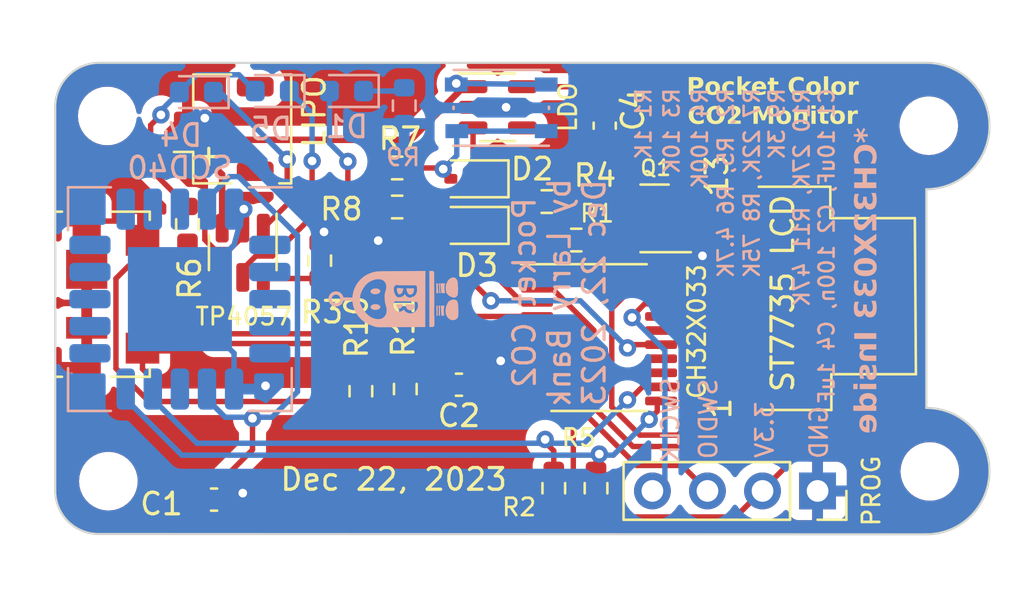
<source format=kicad_pcb>
(kicad_pcb (version 20221018) (generator pcbnew)
  (layers (0 "F.Cu" signal) (31 "B.Cu" signal) (34 "B.Paste" user) (35 "F.Paste" user) (36 "B.SilkS" user "B.Silkscreen") (37 "F.SilkS" user "F.Silkscreen") (38 "B.Mask" user) (39 "F.Mask" user) (44 "Edge.Cuts" user))
  (net 0 "")
  (net 1 "+3.3V")
  (net 2 "GND")
  (net 3 "SDA")
  (net 4 "SCL")
  (net 5 "LED1")
  (net 6 "SCK")
  (net 7 "MOSI")
  (net 8 "SWDIO")
  (net 9 "Net-(Q1-G)")
  (net 10 "CS")
  (net 11 "Net-(D1-K)")
  (net 12 "VBUS")
  (net 20 "LED_K")
  (net 21 "LCD_BL")
  (net 22 "D{slash}C")
  (net 23 "RESET")
  (net 35 "POWER_PIN")
  (net 36 "BATT_DIV")
  (net 37 "VBUS_SENSE")
  (net 38 "Net-(D2-K)")
  (net 39 "VIN")
  (net 40 "VBAT")
  (net 41 "DP")
  (net 42 "DM")
  (net 43 "Net-(D4-K)")
  (net 44 "Net-(D4-A)")
  (net 45 "Net-(D5-K)")
  (net 46 "SWCLK")
  (net 48 "Net-(TP4057-PROG)")
  (footprint "MountingHole:MountingHole_2.2mm_M2_DIN965" (layer "F.Cu") (at 154.6 87.2)
    (fp_text reference "H1" hide)
    (fp_text value "MountingHole" hide)
    (pad "" np_thru_hole circle (at 0 0) (size 2.2 2.2) (drill 2.2) (layers "*.Cu" "*.Mask"))
  )
  (footprint "Capacitor_SMD:C_0603_1608Metric" (layer "F.Cu") (at 159.525 104.9)
    (fp_text reference "C1" (at -2.425 0.2) (layer "F.SilkS"))
    (fp_text value "10uF")
    (pad "1" smd roundrect (at -0.775 0) (size 0.9 0.95) (layers "F.Cu" "F.Paste" "F.Mask") (net 1 "+3.3V"))
    (pad "2" smd roundrect (at 0.775 0) (size 0.9 0.95) (layers "F.Cu" "F.Paste" "F.Mask") (net 2 "GND"))
  )
  (footprint "Resistor_SMD:R_0603_1608Metric" (layer "F.Cu") (at 166.3 99.9 90)
    (fp_text reference "R10" (at 2.975 -0.2 90) (layer "F.SilkS"))
    (fp_text value "27K")
    (pad "1" smd roundrect (at -0.825 0 90) (size 0.8 0.95) (layers "F.Cu" "F.Paste" "F.Mask") (net 37 "VBUS_SENSE"))
    (pad "2" smd roundrect (at 0.825 0 90) (size 0.8 0.95) (layers "F.Cu" "F.Paste" "F.Mask") (net 12 "VBUS"))
  )
  (footprint "Resistor_SMD:R_0603_1608Metric" (layer "F.Cu") (at 175.2 104.375 90)
    (fp_text reference "R2" (at -0.875 -1.6 180) (layer "F.SilkS") (effects (font (size 0.8 0.8) (thickness 0.125))))
    (fp_text value "4.7K")
    (pad "1" smd roundrect (at -0.825 0 90) (size 0.8 0.95) (layers "F.Cu" "F.Paste" "F.Mask") (net 1 "+3.3V"))
    (pad "2" smd roundrect (at 0.825 0 90) (size 0.8 0.95) (layers "F.Cu" "F.Paste" "F.Mask") (net 4 "SCL"))
  )
  (footprint "Resistor_SMD:R_0603_1608Metric" (layer "F.Cu") (at 167.975 91.4)
    (fp_text reference "R8" (at -2.575 0.1) (layer "F.SilkS"))
    (fp_text value "75K")
    (pad "1" smd roundrect (at -0.825 0) (size 0.8 0.95) (layers "F.Cu" "F.Paste" "F.Mask") (net 2 "GND"))
    (pad "2" smd roundrect (at 0.825 0) (size 0.8 0.95) (layers "F.Cu" "F.Paste" "F.Mask") (net 36 "BATT_DIV"))
  )
  (footprint "Connector_JST:JST_SHL_SM02B-SHLS-TF_1x02-1MP_P1.00mm_Horizontal" (layer "F.Cu") (at 159.975 87.8 90)
    (fp_text reference "LIPO" (at 0.8 4.175 90) (layer "F.SilkS"))
    (fp_text value "Battery_Cell" hide)
    (pad "1" smd roundrect (at -0.5 -1.675 90) (size 0.6 1.25) (layers "F.Cu" "F.Paste" "F.Mask") (net 40 "VBAT"))
    (pad "2" smd roundrect (at 0.5 -1.675 90) (size 0.6 1.25) (layers "F.Cu" "F.Paste" "F.Mask") (net 2 "GND"))
    (pad "MP" smd roundrect (at -1.95 1.45 90) (size 0.9 1.7) (layers "F.Cu" "F.Paste" "F.Mask"))
    (pad "MP" smd roundrect (at 1.95 1.45 90) (size 0.9 1.7) (layers "F.Cu" "F.Paste" "F.Mask"))
  )
  (footprint "Capacitor_SMD:C_0603_1608Metric" (layer "F.Cu") (at 170.825 99.6 180)
    (fp_text reference "C2" (at 0 -1.43) (layer "F.SilkS"))
    (fp_text value "100n")
    (pad "1" smd roundrect (at -0.775 0 180) (size 0.9 0.95) (layers "F.Cu" "F.Paste" "F.Mask") (net 1 "+3.3V"))
    (pad "2" smd roundrect (at 0.775 0 180) (size 0.9 0.95) (layers "F.Cu" "F.Paste" "F.Mask") (net 2 "GND"))
  )
  (footprint "Resistor_SMD:R_0603_1608Metric" (layer "F.Cu") (at 177.15 104.375 90)
    (fp_text reference "R5" (at 2.325 -0.8 180) (layer "F.SilkS") (effects (font (size 0.8 0.8) (thickness 0.125))))
    (fp_text value "4.7K")
    (pad "1" smd roundrect (at -0.825 0 90) (size 0.8 0.95) (layers "F.Cu" "F.Paste" "F.Mask") (net 1 "+3.3V"))
    (pad "2" smd roundrect (at 0.825 0 90) (size 0.8 0.95) (layers "F.Cu" "F.Paste" "F.Mask") (net 3 "SDA"))
  )
  (footprint "Package_TO_SOT_SMD:SOT-23-6" (layer "F.Cu") (at 160.85 93.5125 -90)
    (fp_text reference "TP4057" (at 2.9375 -0.05 180) (layer "F.SilkS") (effects (font (size 0.8 0.8) (thickness 0.125))))
    (fp_text value "TP4057")
    (pad "1" smd roundrect (at -1.1375 -0.95 270) (size 1.325 0.6) (layers "F.Cu" "F.Paste" "F.Mask") (net 43 "Net-(D4-K)"))
    (pad "2" smd roundrect (at -1.1375 0 270) (size 1.325 0.6) (layers "F.Cu" "F.Paste" "F.Mask") (net 2 "GND"))
    (pad "3" smd roundrect (at -1.1375 0.95 270) (size 1.325 0.6) (layers "F.Cu" "F.Paste" "F.Mask") (net 40 "VBAT"))
    (pad "4" smd roundrect (at 1.1375 0.95 270) (size 1.325 0.6) (layers "F.Cu" "F.Paste" "F.Mask") (net 12 "VBUS"))
    (pad "5" smd roundrect (at 1.1375 0 270) (size 1.325 0.6) (layers "F.Cu" "F.Paste" "F.Mask") (net 45 "Net-(D5-K)"))
    (pad "6" smd roundrect (at 1.1375 -0.95 270) (size 1.325 0.6) (layers "F.Cu" "F.Paste" "F.Mask") (net 48 "Net-(TP4057-PROG)"))
  )
  (footprint "Capacitor_SMD:C_0603_1608Metric" (layer "F.Cu") (at 177.55 87.65 -90)
    (fp_text reference "C4" (at -0.725 -1.3 90) (layer "F.SilkS"))
    (fp_text value "1uF")
    (pad "1" smd roundrect (at -0.775 0 270) (size 0.9 0.95) (layers "F.Cu" "F.Paste" "F.Mask") (net 1 "+3.3V"))
    (pad "2" smd roundrect (at 0.775 0 270) (size 0.9 0.95) (layers "F.Cu" "F.Paste" "F.Mask") (net 2 "GND"))
  )
  (footprint "Resistor_SMD:R_0603_1608Metric" (layer "F.Cu") (at 158.3 92.2 -90)
    (fp_text reference "R6" (at 2.5 -0.1 -270) (layer "F.SilkS"))
    (fp_text value "4.7K")
    (pad "1" smd roundrect (at -0.825 0 270) (size 0.8 0.95) (layers "F.Cu" "F.Paste" "F.Mask") (net 44 "Net-(D4-A)"))
    (pad "2" smd roundrect (at 0.825 0 270) (size 0.8 0.95) (layers "F.Cu" "F.Paste" "F.Mask") (net 12 "VBUS"))
  )
  (footprint "Diode_SMD:D_SOD-323" (layer "F.Cu") (at 171.5 92.25 180)
    (fp_text reference "D3" (at -0.15 -1.85) (layer "F.SilkS"))
    (fp_text value "D")
    (pad "1" smd roundrect (at -1.05 0 180) (size 0.6 0.45) (layers "F.Cu" "F.Paste" "F.Mask") (net 38 "Net-(D2-K)"))
    (pad "2" smd roundrect (at 1.05 0 180) (size 0.6 0.45) (layers "F.Cu" "F.Paste" "F.Mask") (net 35 "POWER_PIN"))
  )
  (footprint "MountingHole:MountingHole_2.2mm_M2_DIN965" (layer "F.Cu") (at 192.5 87.65)
    (fp_text reference "H3" hide)
    (fp_text value "MountingHole" hide)
    (pad "" np_thru_hole circle (at 0 0) (size 2.2 2.2) (drill 2.2) (layers "*.Cu" "*.Mask"))
  )
  (footprint "Connector_PinSocket_2.54mm:PinSocket_1x04_P2.54mm_Vertical" (layer "F.Cu") (at 187.37 104.5 -90)
    (fp_text reference "PROG" (at 0 -2.48 90) (layer "F.SilkS") (effects (font (size 0.8 0.8) (thickness 0.125))))
    (fp_text value "Conn_01x04_Socket" hide)
    (pad "1" thru_hole rect (at 0 0 270) (size 1.7 1.7) (drill 1) (layers "*.Cu" "*.Mask") (net 2 "GND"))
    (pad "2" thru_hole oval (at 0 2.54 270) (size 1.7 1.7) (drill 1) (layers "*.Cu" "*.Mask") (net 1 "+3.3V"))
    (pad "3" thru_hole oval (at 0 5.08 270) (size 1.7 1.7) (drill 1) (layers "*.Cu" "*.Mask") (net 8 "SWDIO"))
    (pad "4" thru_hole oval (at 0 7.62 270) (size 1.7 1.7) (drill 1) (layers "*.Cu" "*.Mask") (net 46 "SWCLK"))
  )
  (footprint "Package_SO:TSSOP-20_4.4x6.5mm_P0.65mm" (layer "F.Cu") (at 177.2875 97.425)
    (fp_text reference "CH32X033" (at 4.5125 -0.275 90) (layer "F.SilkS") (effects (font (size 0.8 0.8) (thickness 0.125))))
    (fp_text value "~")
    (pad "1" smd roundrect (at -2.8625 -2.925) (size 1.475 0.4) (layers "F.Cu" "F.Paste" "F.Mask") (net 21 "LCD_BL"))
    (pad "2" smd roundrect (at -2.8625 -2.275) (size 1.475 0.4) (layers "F.Cu" "F.Paste" "F.Mask") (net 7 "MOSI"))
    (pad "3" smd roundrect (at -2.8625 -1.625) (size 1.475 0.4) (layers "F.Cu" "F.Paste" "F.Mask") (net 35 "POWER_PIN"))
    (pad "4" smd roundrect (at -2.8625 -0.975) (size 1.475 0.4) (layers "F.Cu" "F.Paste" "F.Mask") (net 5 "LED1"))
    (pad "5" smd roundrect (at -2.8625 -0.325) (size 1.475 0.4) (layers "F.Cu" "F.Paste" "F.Mask") (net 42 "DM"))
    (pad "6" smd roundrect (at -2.8625 0.325) (size 1.475 0.4) (layers "F.Cu" "F.Paste" "F.Mask") (net 41 "DP"))
    (pad "7" smd roundrect (at -2.8625 0.975) (size 1.475 0.4) (layers "F.Cu" "F.Paste" "F.Mask") (net 2 "GND"))
    (pad "8" smd roundrect (at -2.8625 1.625) (size 1.475 0.4) (layers "F.Cu" "F.Paste" "F.Mask") (net 8 "SWDIO"))
    (pad "9" smd roundrect (at -2.8625 2.275) (size 1.475 0.4) (layers "F.Cu" "F.Paste" "F.Mask") (net 1 "+3.3V"))
    (pad "10" smd roundrect (at -2.8625 2.925) (size 1.475 0.4) (layers "F.Cu" "F.Paste" "F.Mask") (net 37 "VBUS_SENSE"))
    (pad "11" smd roundrect (at 2.8625 2.925) (size 1.475 0.4) (layers "F.Cu" "F.Paste" "F.Mask") (net 3 "SDA"))
    (pad "12" smd roundrect (at 2.8625 2.275) (size 1.475 0.4) (layers "F.Cu" "F.Paste" "F.Mask") (net 4 "SCL"))
    (pad "13" smd roundrect (at 2.8625 1.625) (size 1.475 0.4) (layers "F.Cu" "F.Paste" "F.Mask"))
    (pad "14" smd roundrect (at 2.8625 0.975) (size 1.475 0.4) (layers "F.Cu" "F.Paste" "F.Mask"))
    (pad "15" smd roundrect (at 2.8625 0.325) (size 1.475 0.4) (layers "F.Cu" "F.Paste" "F.Mask") (net 36 "BATT_DIV"))
    (pad "16" smd roundrect (at 2.8625 -0.325) (size 1.475 0.4) (layers "F.Cu" "F.Paste" "F.Mask") (net 22 "D{slash}C"))
    (pad "17" smd roundrect (at 2.8625 -0.975) (size 1.475 0.4) (layers "F.Cu" "F.Paste" "F.Mask") (net 23 "RESET"))
    (pad "18" smd roundrect (at 2.8625 -1.625) (size 1.475 0.4) (layers "F.Cu" "F.Paste" "F.Mask") (net 46 "SWCLK"))
    (pad "19" smd roundrect (at 2.8625 -2.275) (size 1.475 0.4) (layers "F.Cu" "F.Paste" "F.Mask") (net 10 "CS"))
    (pad "20" smd roundrect (at 2.8625 -2.925) (size 1.475 0.4) (layers "F.Cu" "F.Paste" "F.Mask") (net 6 "SCK"))
  )
  (footprint "Resistor_SMD:R_0603_1608Metric" (layer "F.Cu") (at 168.35 99.8 -90)
    (fp_text reference "R11" (at -2.925 0.1 90) (layer "F.SilkS"))
    (fp_text value "47K")
    (pad "1" smd roundrect (at -0.825 0 270) (size 0.8 0.95) (layers "F.Cu" "F.Paste" "F.Mask") (net 2 "GND"))
    (pad "2" smd roundrect (at 0.825 0 270) (size 0.8 0.95) (layers "F.Cu" "F.Paste" "F.Mask") (net 37 "VBUS_SENSE"))
  )
  (footprint "Resistor_SMD:R_0603_1608Metric" (layer "F.Cu") (at 174.875 91.15 180)
    (fp_text reference "R4" (at -2.225 1.2) (layer "F.SilkS"))
    (fp_text value "100K")
    (pad "1" smd roundrect (at -0.825 0 180) (size 0.8 0.95) (layers "F.Cu" "F.Paste" "F.Mask") (net 2 "GND"))
    (pad "2" smd roundrect (at 0.825 0 180) (size 0.8 0.95) (layers "F.Cu" "F.Paste" "F.Mask") (net 38 "Net-(D2-K)"))
  )
  (footprint "Package_TO_SOT_SMD:SOT-23" (layer "F.Cu") (at 179.85 91.925 180)
    (fp_text reference "Q1" (at -0.05 2.325) (layer "F.SilkS") (effects (font (size 0.7 0.7) (thickness 0.12) bold)))
    (fp_text value "AO3400A")
    (pad "1" smd roundrect (at -0.9375 -0.95 180) (size 1.475 0.6) (layers "F.Cu" "F.Paste" "F.Mask") (net 9 "Net-(Q1-G)"))
    (pad "2" smd roundrect (at -0.9375 0.95 180) (size 1.475 0.6) (layers "F.Cu" "F.Paste" "F.Mask") (net 2 "GND"))
    (pad "3" smd roundrect (at 0.9375 0 180) (size 1.475 0.6) (layers "F.Cu" "F.Paste" "F.Mask") (net 20 "LED_K"))
  )
  (footprint "Resistor_SMD:R_0603_1608Metric" (layer "F.Cu") (at 176.2375 92.925)
    (fp_text reference "R1" (at 0.9625 -1.225) (layer "F.SilkS") (effects (font (size 0.8 0.8) (thickness 0.12))))
    (fp_text value "1k")
    (pad "1" smd roundrect (at -0.825 0) (size 0.8 0.95) (layers "F.Cu" "F.Paste" "F.Mask") (net 21 "LCD_BL"))
    (pad "2" smd roundrect (at 0.825 0) (size 0.8 0.95) (layers "F.Cu" "F.Paste" "F.Mask") (net 9 "Net-(Q1-G)"))
  )
  (footprint "Connector_USB:USB_Micro-B_Molex_47346-0001" (layer "F.Cu") (at 154.85 95.425 -90)
    (fp_text reference "USB1" hide)
    (fp_text value "USB_B_Micro" hide)
    (pad "1" smd rect (at -1.3 -1.46 270) (size 0.45 1.38) (layers "F.Cu" "F.Paste" "F.Mask") (net 12 "VBUS"))
    (pad "2" smd rect (at -0.65 -1.46 270) (size 0.45 1.38) (layers "F.Cu" "F.Paste" "F.Mask") (net 42 "DM"))
    (pad "3" smd rect (at 0 -1.46 270) (size 0.45 1.38) (layers "F.Cu" "F.Paste" "F.Mask") (net 41 "DP"))
    (pad "4" smd rect (at 0.65 -1.46 270) (size 0.45 1.38) (layers "F.Cu" "F.Paste" "F.Mask"))
    (pad "5" smd rect (at 1.3 -1.46 270) (size 0.45 1.38) (layers "F.Cu" "F.Paste" "F.Mask") (net 2 "GND"))
    (pad "6" smd rect (at -3.375 1.2 270) (size 1.65 1.3) (layers "F.Cu" "F.Paste" "F.Mask") (net 2 "GND"))
    (pad "6" smd rect (at -2.4875 -1.375 270) (size 1.425 1.55) (layers "F.Cu" "F.Paste" "F.Mask") (net 2 "GND"))
    (pad "6" smd rect (at -1.15 1.2 270) (size 1.8 1.9) (layers "F.Cu" "F.Paste" "F.Mask") (net 2 "GND"))
    (pad "6" smd rect (at 1.55 1.2 270) (size 1 1.9) (layers "F.Cu" "F.Paste" "F.Mask") (net 2 "GND"))
    (pad "6" smd rect (at 2.4875 -1.375 270) (size 1.425 1.55) (layers "F.Cu" "F.Paste" "F.Mask") (net 2 "GND"))
    (pad "6" smd rect (at 3.375 1.2 270) (size 1.65 1.3) (layers "F.Cu" "F.Paste" "F.Mask") (net 2 "GND"))
  )
  (footprint "MountingHole:MountingHole_2.2mm_M2_DIN965" (layer "F.Cu") (at 192.55 103.6)
    (fp_text reference "H4" hide)
    (fp_text value "MountingHole" hide)
    (pad "" np_thru_hole circle (at 0 0) (size 2.2 2.2) (drill 2.2) (layers "*.Cu" "*.Mask"))
  )
  (footprint "Resistor_SMD:R_0603_1608Metric" (layer "F.Cu") (at 167.975 89.6)
    (fp_text reference "R7" (at 0.125 -1.35) (layer "F.SilkS"))
    (fp_text value "22K")
    (pad "1" smd roundrect (at -0.825 0) (size 0.8 0.95) (layers "F.Cu" "F.Paste" "F.Mask") (net 36 "BATT_DIV"))
    (pad "2" smd roundrect (at 0.825 0) (size 0.8 0.95) (layers "F.Cu" "F.Paste" "F.Mask") (net 39 "VIN"))
  )
  (footprint "Package_TO_SOT_SMD:SOT-23-5" (layer "F.Cu") (at 172.6125 86.8)
    (fp_text reference "LDO" (at 3.2375 0 270) (layer "F.SilkS") (effects (font (size 0.8 0.8) (thickness 0.125))))
    (fp_text value "AP2127K-3.3")
    (pad "1" smd roundrect (at -1.1375 -0.95) (size 1.325 0.6) (layers "F.Cu" "F.Paste" "F.Mask") (net 40 "VBAT"))
    (pad "2" smd roundrect (at -1.1375 0) (size 1.325 0.6) (layers "F.Cu" "F.Paste" "F.Mask") (net 2 "GND"))
    (pad "3" smd roundrect (at -1.1375 0.95) (size 1.325 0.6) (layers "F.Cu" "F.Paste" "F.Mask") (net 38 "Net-(D2-K)"))
    (pad "4" smd roundrect (at 1.1375 0.95) (size 1.325 0.6) (layers "F.Cu" "F.Paste" "F.Mask"))
    (pad "5" smd roundrect (at 1.1375 -0.95) (size 1.325 0.6) (layers "F.Cu" "F.Paste" "F.Mask") (net 1 "+3.3V"))
  )
  (footprint "Diode_SMD:D_SOD-323" (layer "F.Cu") (at 171.5 90.1 180)
    (fp_text reference "D2" (at -2.7 0.45) (layer "F.SilkS"))
    (fp_text value "D")
    (pad "1" smd roundrect (at -1.05 0 180) (size 0.6 0.45) (layers "F.Cu" "F.Paste" "F.Mask") (net 38 "Net-(D2-K)"))
    (pad "2" smd roundrect (at 1.05 0 180) (size 0.6 0.45) (layers "F.Cu" "F.Paste" "F.Mask") (net 39 "VIN"))
  )
  (footprint "Larry:ST7735_13pin" (layer "F.Cu") (at 178.4575 95.665 90)
    (fp_text reference "U4" hide)
    (fp_text value "~")
    (fp_text user "1" (at -5.6 5 90 unlocked) (layer "F.SilkS") (effects (justify left bottom)))
    (fp_text user "13" (at 4.65 4.85 90 unlocked) (layer "F.SilkS") (effects (justify left bottom)))
    (pad "1" smd roundrect (at -4.15 5.2 90) (size 0.35 2) (layers "F.Cu" "F.Paste" "F.Mask"))
    (pad "2" smd roundrect (at -3.45 5.2 90) (size 0.35 2) (layers "F.Cu" "F.Paste" "F.Mask"))
    (pad "3" smd roundrect (at -2.75 5.2 90) (size 0.35 2) (layers "F.Cu" "F.Paste" "F.Mask") (net 7 "MOSI"))
    (pad "4" smd roundrect (at -2.05 5.2 90) (size 0.35 2) (layers "F.Cu" "F.Paste" "F.Mask") (net 6 "SCK"))
    (pad "5" smd roundrect (at -1.35 5.2 90) (size 0.35 2) (layers "F.Cu" "F.Paste" "F.Mask") (net 22 "D{slash}C"))
    (pad "6" smd roundrect (at -0.65 5.2 90) (size 0.35 2) (layers "F.Cu" "F.Paste" "F.Mask") (net 23 "RESET"))
    (pad "7" smd roundrect (at 0.05 5.2 90) (size 0.35 2) (layers "F.Cu" "F.Paste" "F.Mask") (net 10 "CS"))
    (pad "8" smd roundrect (at 0.75 5.2 90) (size 0.35 2) (layers "F.Cu" "F.Paste" "F.Mask") (net 2 "GND"))
    (pad "9" smd roundrect (at 1.45 5.2 90) (size 0.35 2) (layers "F.Cu" "F.Paste" "F.Mask"))
    (pad "10" smd roundrect (at 2.15 5.2 90) (size 0.35 2) (layers "F.Cu" "F.Paste" "F.Mask") (net 1 "+3.3V"))
    (pad "11" smd roundrect (at 2.85 5.2 90) (size 0.35 2) (layers "F.Cu" "F.Paste" "F.Mask") (net 20 "LED_K"))
    (pad "12" smd roundrect (at 3.55 5.2 90) (size 0.35 2) (layers "F.Cu" "F.Paste" "F.Mask") (net 1 "+3.3V"))
    (pad "13" smd roundrect (at 4.25 5.2 90) (size 0.35 2) (layers "F.Cu" "F.Paste" "F.Mask") (net 2 "GND"))
  )
  (footprint "Resistor_SMD:R_0603_1608Metric" (layer "F.Cu") (at 164.4 93.875 90)
    (fp_text reference "R3" (at -2.375 0.1 180) (layer "F.SilkS"))
    (fp_text value "10K")
    (pad "1" smd roundrect (at -0.825 0 90) (size 0.8 0.95) (layers "F.Cu" "F.Paste" "F.Mask") (net 48 "Net-(TP4057-PROG)"))
    (pad "2" smd roundrect (at 0.825 0 90) (size 0.8 0.95) (layers "F.Cu" "F.Paste" "F.Mask") (net 2 "GND"))
  )
  (footprint "MountingHole:MountingHole_2.2mm_M2_DIN965" (layer "F.Cu") (at 154.65 104.05)
    (fp_text reference "H2" hide)
    (fp_text value "MountingHole" hide)
    (pad "" np_thru_hole circle (at 0 0) (size 2.2 2.2) (drill 2.2) (layers "*.Cu" "*.Mask"))
  )
  (footprint "LED_SMD:LED_0603_1608Metric" (layer "B.Cu") (at 162.2125 86.05 180)
    (fp_text reference "D5" (at 0.0625 -1.75) (layer "B.SilkS") (effects (justify mirror)))
    (fp_text value "LED")
    (pad "1" smd roundrect (at -0.7875 0 180) (size 0.875 0.95) (layers "B.Cu" "B.Paste" "B.Mask") (net 45 "Net-(D5-K)"))
    (pad "2" smd roundrect (at 0.7875 0 180) (size 0.875 0.95) (layers "B.Cu" "B.Paste" "B.Mask") (net 44 "Net-(D4-A)"))
  )
  (footprint "LOGO" (layer "B.Cu") (at 167.8 95.65 -90)
    (fp_text reference "REF**" hide)
    (fp_text value "LOGO" hide)
  )
  (footprint "Resistor_SMD:R_0603_1608Metric" (layer "B.Cu") (at 168.3 86.725 90)
    (fp_text reference "R9" (at -2.375 -0.05 180) (layer "B.SilkS") (effects (font (size 0.8 0.8) (thickness 0.125)) (justify mirror)))
    (fp_text value "3K")
    (pad "1" smd roundrect (at -0.825 0 90) (size 0.8 0.95) (layers "B.Cu" "B.Paste" "B.Mask") (net 2 "GND"))
    (pad "2" smd roundrect (at 0.825 0 90) (size 0.8 0.95) (layers "B.Cu" "B.Paste" "B.Mask") (net 11 "Net-(D1-K)"))
  )
  (footprint "Button_Switch_SMD:SW_Push_1P1T_NO_Vertical_Wuerth_434133025816" (layer "B.Cu") (at 172.775 86.825 180)
    (fp_text reference "PUSH0" hide)
    (fp_text value "SW_Push")
    (pad "1" smd rect (at -2.075 1.075 180) (size 1.05 0.65) (layers "B.Cu" "B.Paste" "B.Mask") (net 40 "VBAT"))
    (pad "1" smd rect (at 2.075 1.075 180) (size 1.05 0.65) (layers "B.Cu" "B.Paste" "B.Mask") (net 40 "VBAT"))
    (pad "2" smd rect (at -2.075 -1.075 180) (size 1.05 0.65) (layers "B.Cu" "B.Paste" "B.Mask") (net 39 "VIN"))
    (pad "2" smd rect (at 2.05 -1.075 180) (size 1.05 0.65) (layers "B.Cu" "B.Paste" "B.Mask") (net 39 "VIN"))
  )
  (footprint "LED_SMD:LED_0603_1608Metric" (layer "B.Cu") (at 158.7125 86.1 180)
    (fp_text reference "D4" (at 0.7125 -2) (layer "B.SilkS") (effects (justify mirror)))
    (fp_text value "LED")
    (pad "1" smd roundrect (at -0.7875 0 180) (size 0.875 0.95) (layers "B.Cu" "B.Paste" "B.Mask") (net 43 "Net-(D4-K)"))
    (pad "2" smd roundrect (at 0.7875 0 180) (size 0.875 0.95) (layers "B.Cu" "B.Paste" "B.Mask") (net 44 "Net-(D4-A)"))
  )
  (footprint "Sensor:Sensirion_SCD4x-1EP_10.1x10.1mm_P1.25mm_EP4.8x4.8mm" (layer "B.Cu") (at 157.95 95.65 180)
    (fp_text reference "SCD40" (at 0 6.05) (layer "B.SilkS") (effects (justify mirror)))
    (fp_text value "SCD41-D-R2")
    (pad "1" smd roundrect (at -4.15 2.5 180) (size 1.9 0.85) (layers "B.Cu" "B.Paste" "B.Mask"))
    (pad "2" smd roundrect (at -4.15 1.25 180) (size 1.9 0.85) (layers "B.Cu" "B.Paste" "B.Mask"))
    (pad "3" smd roundrect (at -4.15 0 180) (size 1.9 0.85) (layers "B.Cu" "B.Paste" "B.Mask"))
    (pad "4" smd roundrect (at -4.15 -1.25 180) (size 1.9 0.85) (layers "B.Cu" "B.Paste" "B.Mask"))
    (pad "5" smd roundrect (at -4.15 -2.5 180) (size 1.9 0.85) (layers "B.Cu" "B.Paste" "B.Mask"))
    (pad "6" smd roundrect (at -2.5 -4.15 180) (size 0.85 1.9) (layers "B.Cu" "B.Paste" "B.Mask") (net 2 "GND"))
    (pad "7" smd roundrect (at -1.25 -4.15 180) (size 0.85 1.9) (layers "B.Cu" "B.Paste" "B.Mask") (net 1 "+3.3V"))
    (pad "8" smd roundrect (at 0 -4.15 180) (size 0.85 1.9) (layers "B.Cu" "B.Paste" "B.Mask"))
    (pad "9" smd roundrect (at 1.25 -4.15 180) (size 0.85 1.9) (layers "B.Cu" "B.Paste" "B.Mask") (net 4 "SCL"))
    (pad "10" smd roundrect (at 2.5 -4.15 180) (size 0.85 1.9) (layers "B.Cu" "B.Paste" "B.Mask") (net 3 "SDA"))
    (pad "11" smd roundrect (at 4.15 -2.5 180) (size 1.9 0.85) (layers "B.Cu" "B.Paste" "B.Mask"))
    (pad "12" smd roundrect (at 4.15 -1.25 180) (size 1.9 0.85) (layers "B.Cu" "B.Paste" "B.Mask"))
    (pad "13" smd roundrect (at 4.15 0 180) (size 1.9 0.85) (layers "B.Cu" "B.Paste" "B.Mask"))
    (pad "14" smd roundrect (at 4.15 1.25 180) (size 1.9 0.85) (layers "B.Cu" "B.Paste" "B.Mask"))
    (pad "15" smd roundrect (at 4.15 2.5 180) (size 1.9 0.85) (layers "B.Cu" "B.Paste" "B.Mask"))
    (pad "16" smd roundrect (at 2.5 4.15 180) (size 0.85 1.9) (layers "B.Cu" "B.Paste" "B.Mask"))
    (pad "17" smd roundrect (at 1.25 4.15 180) (size 0.85 1.9) (layers "B.Cu" "B.Paste" "B.Mask"))
    (pad "18" smd roundrect (at 0 4.15 180) (size 0.85 1.9) (layers "B.Cu" "B.Paste" "B.Mask"))
    (pad "19" smd roundrect (at -1.25 4.15 180) (size 0.85 1.9) (layers "B.Cu" "B.Paste" "B.Mask") (net 1 "+3.3V"))
    (pad "20" smd roundrect (at -2.5 4.15 180) (size 0.85 1.9) (layers "B.Cu" "B.Paste" "B.Mask") (net 2 "GND"))
    (pad "21" smd rect (at 0 0 180) (size 4.8 4.8) (layers "B.Cu" "B.Mask") (net 2 "GND"))
  )
  (footprint "LED_SMD:LED_0603_1608Metric" (layer "B.Cu") (at 165.6375 86.05 180)
    (fp_text reference "D1" (at -0.0125 -1.65) (layer "B.SilkS") (effects (justify mirror)))
    (fp_text value "LED")
    (pad "1" smd roundrect (at -0.7875 0 180) (size 0.875 0.95) (layers "B.Cu" "B.Paste" "B.Mask") (net 11 "Net-(D1-K)"))
    (pad "2" smd roundrect (at 0.7875 0 180) (size 0.875 0.95) (layers "B.Cu" "B.Paste" "B.Mask") (net 5 "LED1"))
  )
  (gr_arc (start 152.2 86.814214) (mid 152.772485 85.367892) (end 154.2 84.75) (stroke (width 0.1)) (layer "Edge.Cuts"))
  (gr_arc (start 192.385786 84.75) (mid 195.299986 87.6642) (end 192.385786 90.578428) (stroke (width 0.1)) (layer "Edge.Cuts"))
  (gr_line (start 154.2 84.75) (end 192.385786 84.75) (stroke (width 0.1)) (layer "Edge.Cuts"))
  (gr_arc (start 192.385786 100.671572) (mid 195.300014 103.5858) (end 192.385786 106.5) (stroke (width 0.1)) (layer "Edge.Cuts"))
  (gr_line (start 152.2 86.814214) (end 152.2 104.485786) (stroke (width 0.1)) (layer "Edge.Cuts"))
  (gr_line (start 192.385786 90.578428) (end 192.385786 100.671572) (stroke (width 0.1)) (layer "Edge.Cuts"))
  (gr_line (start 154.2 106.485786) (end 192.385786 106.5) (stroke (width 0.1)) (layer "Edge.Cuts"))
  (gr_arc (start 154.2 106.485786) (mid 152.785786 105.9) (end 152.2 104.485786) (stroke (width 0.1)) (layer "Edge.Cuts"))
  (gr_text "3.3V" (at 185.4 100.3 90) (layer "B.SilkS") (effects (font (size 0.8 0.8) (thickness 0.12)) (justify left bottom mirror)))
  (gr_text "R7 22K, R8 75K" (at 184.75 85.85 90) (layer "B.SilkS") (effects (font (size 0.7 0.7) (thickness 0.12) bold) (justify left bottom mirror)))
  (gr_text "R1 1K" (at 179.75 85.85 90) (layer "B.SilkS") (effects (font (size 0.7 0.7) (thickness 0.12) bold) (justify left bottom mirror)))
  (gr_text "R3 10K" (at 181.05 85.85 90) (layer "B.SilkS") (effects (font (size 0.7 0.7) (thickness 0.12) bold) (justify left bottom mirror)))
  (gr_text "R10 27K, R11 47K" (at 187.05 85.85 90) (layer "B.SilkS") (effects (font (size 0.7 0.7) (thickness 0.12) bold) (justify left bottom mirror)))
  (gr_text "SWCLK" (at 181.05 99.2 90) (layer "B.SilkS") (effects (font (size 0.8 0.8) (thickness 0.12)) (justify left bottom mirror)))
  (gr_text "Pocket CO2\nby Larry Bank\nDec 22, 2023" (at 177.65 95.35 90) (layer "B.SilkS") (effects (font (size 1 1)) (justify bottom mirror)))
  (gr_text "SWDIO" (at 182.8 99.25 90) (layer "B.SilkS") (effects (font (size 0.8 0.8) (thickness 0.12)) (justify left bottom mirror)))
  (gr_text "R2, R5, R6 4.7K" (at 183.55 85.85 90) (layer "B.SilkS") (effects (font (size 0.7 0.7) (thickness 0.12) bold) (justify left bottom mirror)))
  (gr_text "GND" (at 187.9 100.5 90) (layer "B.SilkS") (effects (font (size 0.8 0.8) (thickness 0.12)) (justify left bottom mirror)))
  (gr_text "*CH32X033 Inside" (at 190.25 94.8 90) (layer "B.SilkS") (effects (font (size 1 1)) (justify bottom mirror)))
  (gr_text "C1 10uF, C2 100n, C4 1uF" (at 188.2 85.85 90) (layer "B.SilkS") (effects (font (size 0.7 0.7) (thickness 0.12) bold) (justify left bottom mirror)))
  (gr_text "R4 100K" (at 182.35 85.85 90) (layer "B.SilkS") (effects (font (size 0.7 0.7) (thickness 0.12) bold) (justify left bottom mirror)))
  (gr_text "R9 3K" (at 185.9 85.85 90) (layer "B.SilkS") (effects (font (size 0.7 0.7) (thickness 0.12) bold) (justify left bottom mirror)))
  (gr_text "ST7735 LCD" (at 186.35 100.025 90) (layer "F.SilkS") (effects (font (size 1 1)) (justify left bottom)))
  (gr_text "Dec 22, 2023" (at 162.5 104.55) (layer "F.SilkS") (effects (font (size 1 1)) (justify left bottom)))
  (gr_text "+" (at 158.565 89.585) (layer "F.SilkS") (effects (font (size 1 1)) (justify left bottom)))
  (gr_text "Pocket Color\nCO2 Monitor" (at 185.3 87.7) (layer "F.SilkS") (effects (font (size 0.8 0.8)) (justify bottom)))
  (segment (start 184.9825 91.156637) (end 184.9825 92.95) (width 0.25) (layer "F.Cu") (net 1))
  (segment (start 184.9825 93.205) (end 184.6725 93.515) (width 0.25) (layer "F.Cu") (net 1))
  (segment (start 159 104.9) (end 161.3 102.6) (width 0.25) (layer "F.Cu") (net 1))
  (segment (start 184.9825 92.95) (end 184.9825 93.205) (width 0.25) (layer "F.Cu") (net 1))
  (segment (start 184.84 104.45) (end 186.2375 103.0525) (width 0.25) (layer "F.Cu") (net 1))
  (segment (start 184.540863 92.115) (end 183.6575 92.115) (width 0.25) (layer "F.Cu") (net 1))
  (segment (start 159.55 105.7) (end 158.75 104.9) (width 0.25) (layer "F.Cu") (net 1))
  (segment (start 175.4875 100.6375) (end 176.1 101.25) (width 0.25) (layer "F.Cu") (net 1))
  (segment (start 176.1 101.25) (end 176.1 105.7) (width 0.25) (layer "F.Cu") (net 1))
  (segment (start 161.3 102.6) (end 161.3 101.15) (width 0.25) (layer "F.Cu") (net 1))
  (segment (start 183.665 105.625) (end 184.84 104.45) (width 0.25) (layer "F.Cu") (net 1))
  (segment (start 173.75 85.85) (end 177.6 85.85) (width 0.25) (layer "F.Cu") (net 1))
  (segment (start 177.55 85.9) (end 177.6 85.85) (width 0.25) (layer "F.Cu") (net 1))
  (segment (start 179.675863 85.85) (end 184.9825 91.156637) (width 0.25) (layer "F.Cu") (net 1))
  (segment (start 183.59 105.7) (end 176.1 105.7) (width 0.25) (layer "F.Cu") (net 1))
  (segment (start 174.425 99.7) (end 171.7 99.7) (width 0.25) (layer "F.Cu") (net 1))
  (segment (start 171.7 99.7) (end 171.6 99.6) (width 0.25) (layer "F.Cu") (net 1))
  (segment (start 184.9825 92.556637) (end 184.9825 92.95) (width 0.25) (layer "F.Cu") (net 1))
  (segment (start 177.55 86.875) (end 177.55 85.9) (width 0.25) (layer "F.Cu") (net 1))
  (segment (start 158.75 104.9) (end 159 104.9) (width 0.25) (layer "F.Cu") (net 1))
  (segment (start 174.425 99.7) (end 175.113541 99.7) (width 0.25) (layer "F.Cu") (net 1))
  (segment (start 176.1 105.7) (end 159.55 105.7) (width 0.25) (layer "F.Cu") (net 1))
  (segment (start 184.84 104.45) (end 183.59 105.7) (width 0.25) (layer "F.Cu") (net 1))
  (segment (start 186.2375 93.811637) (end 184.9825 92.556637) (width 0.25) (layer "F.Cu") (net 1))
  (segment (start 177.6 85.85) (end 179.675863 85.85) (width 0.25) (layer "F.Cu") (net 1))
  (segment (start 175.113541 99.7) (end 175.4875 100.073959) (width 0.25) (layer "F.Cu") (net 1))
  (segment (start 186.2375 103.0525) (end 186.2375 93.811637) (width 0.25) (layer "F.Cu") (net 1))
  (segment (start 184.540863 92.115) (end 184.9825 92.556637) (width 0.25) (layer "F.Cu") (net 1))
  (segment (start 175.4875 100.073959) (end 175.4875 100.6375) (width 0.25) (layer "F.Cu") (net 1))
  (via (at 161.3 101.15) (size 0.8) (drill 0.4) (layers "F.Cu" "B.Cu") (net 1))
  (segment (start 163.375 99.925) (end 162.2 101.1) (width 0.25) (layer "B.Cu") (net 1))
  (segment (start 160.66014 90) (end 163.375 92.71486) (width 0.25) (layer "B.Cu") (net 1))
  (segment (start 160.03986 101.1) (end 159.2 100.26014) (width 0.25) (layer "B.Cu") (net 1))
  (segment (start 159.2 91.5) (end 159.2 91.03986) (width 0.25) (layer "B.Cu") (net 1))
  (segment (start 159.2 91.03986) (end 160.23986 90) (width 0.25) (layer "B.Cu") (net 1))
  (segment (start 160.23986 90) (end 160.66014 90) (width 0.25) (layer "B.Cu") (net 1))
  (segment (start 159.2 100.26014) (end 159.2 99.8) (width 0.25) (layer "B.Cu") (net 1))
  (segment (start 163.375 92.71486) (end 163.375 99.925) (width 0.25) (layer "B.Cu") (net 1))
  (segment (start 162.2 101.1) (end 160.03986 101.1) (width 0.25) (layer "B.Cu") (net 1))
  (segment (start 156.225 96.81) (end 156.31 96.725) (width 0.25) (layer "F.Cu") (net 2))
  (segment (start 182.710533 94.915) (end 183.6575 94.915) (width 0.25) (layer "F.Cu") (net 2))
  (segment (start 159.1 92.909251) (end 159.553249 93.3625) (width 0.25) (layer "F.Cu") (net 2))
  (segment (start 153.65 98.8) (end 153.65 96.975) (width 0.25) (layer "F.Cu") (net 2))
  (segment (start 169.425 98.975) (end 170.05 99.6) (width 0.25) (layer "F.Cu") (net 2))
  (segment (start 157.35 88.646751) (end 157.35 87.953249) (width 0.25) (layer "F.Cu") (net 2))
  (segment (start 153.65 92.05) (end 155.3375 92.05) (width 0.25) (layer "F.Cu") (net 2))
  (segment (start 156.225 97.9125) (end 156.225 96.81) (width 0.25) (layer "F.Cu") (net 2))
  (segment (start 158.003249 87.3) (end 159.1 87.3) (width 0.25) (layer "F.Cu") (net 2))
  (segment (start 172.85 98.4) (end 174.25 98.4) (width 0.25) (layer "F.Cu") (net 2))
  (segment (start 159.1 90.396751) (end 157.35 88.646751) (width 0.25) (layer "F.Cu") (net 2))
  (segment (start 184.35 94.975) (end 184.3 94.925) (width 0.25) (layer "F.Cu") (net 2))
  (segment (start 182.059855 94.264322) (end 182.710533 94.915) (width 0.25) (layer "F.Cu") (net 2))
  (segment (start 168.35 98.975) (end 169.425 98.975) (width 0.25) (layer "F.Cu") (net 2))
  (segment (start 182.059855 93.652956) (end 182.059855 94.264322) (width 0.25) (layer "F.Cu") (net 2))
  (segment (start 157.35 87.953249) (end 158.003249 87.3) (width 0.25) (layer "F.Cu") (net 2))
  (segment (start 184.3 94.925) (end 184.35 94.925) (width 0.25) (layer "F.Cu") (net 2))
  (segment (start 167.15 92.9) (end 167.1 92.95) (width 0.25) (layer "F.Cu") (net 2))
  (segment (start 156.225 97.9125) (end 156.225 98.875) (width 0.25) (layer "F.Cu") (net 2))
  (segment (start 157 99.65) (end 161.9 99.65) (width 0.25) (layer "F.Cu") (net 2))
  (segment (start 160.246751 93.3625) (end 160.85 92.759251) (width 0.25) (layer "F.Cu") (net 2))
  (segment (start 155.3375 92.05) (end 156.225 92.9375) (width 0.25) (layer "F.Cu") (net 2))
  (segment (start 159.1 92.909251) (end 159.1 90.396751) (width 0.25) (layer "F.Cu") (net 2))
  (segment (start 184.35 94.925) (end 184.35 94.975) (width 0.25) (layer "F.Cu") (net 2))
  (segment (start 153.65 94.275) (end 153.65 92.05) (width 0.25) (layer "F.Cu") (net 2))
  (segment (start 153.65 96.975) (end 153.65 94.275) (width 0.25) (layer "F.Cu") (net 2))
  (segment (start 160.85 92.759251) (end 160.85 92.375) (width 0.25) (layer "F.Cu") (net 2))
  (segment (start 159.553249 93.3625) (end 160.246751 93.3625) (width 0.25) (layer "F.Cu") (net 2))
  (segment (start 184.29 94.915) (end 184.3 94.925) (width 0.25) (layer "F.Cu") (net 2))
  (segment (start 156.225 98.875) (end 157 99.65) (width 0.25) (layer "F.Cu") (net 2))
  (segment (start 167.15 91.4) (end 167.15 92.9) (width 0.25) (layer "F.Cu") (net 2))
  (segment (start 172.75 98.5) (end 172.85 98.4) (width 0.25) (layer "F.Cu") (net 2))
  (via (at 159.1 87.3) (size 0.8) (drill 0.4) (layers "F.Cu" "B.Cu") (net 2))
  (via (at 172.75 98.5) (size 0.8) (drill 0.4) (layers "F.Cu" "B.Cu") (net 2))
  (via (at 164.6 92.55) (size 0.8) (drill 0.4) (layers "F.Cu" "B.Cu") (net 2))
  (via (at 161.9 99.65) (size 0.8) (drill 0.4) (layers "F.Cu" "B.Cu") (net 2))
  (via (at 182.059855 93.652956) (size 0.8) (drill 0.4) (layers "F.Cu" "B.Cu") (net 2))
  (via (at 167.1 92.95) (size 0.8) (drill 0.4) (layers "F.Cu" "B.Cu") (net 2))
  (via (at 160.85 104.6) (size 0.8) (drill 0.4) (layers "F.Cu" "B.Cu") (net 2))
  (via (at 160.9 91.5) (size 0.8) (drill 0.4) (layers "F.Cu" "B.Cu") (net 2))
  (via (at 173 86.8) (size 0.8) (drill 0.4) (layers "F.Cu" "B.Cu") (net 2))
  (segment (start 160.45 99.8) (end 160.45 98.15) (width 0.25) (layer "B.Cu") (net 2))
  (segment (start 157.95 95.65) (end 160.45 93.15) (width 0.25) (layer "B.Cu") (net 2))
  (segment (start 160.45 99.8) (end 162.1 99.8) (width 0.25) (layer "B.Cu") (net 2))
  (segment (start 160.45 98.15) (end 157.95 95.65) (width 0.25) (layer "B.Cu") (net 2))
  (segment (start 160.9 91.5) (end 160.45 93.15) (width 0.25) (layer "B.Cu") (net 2))
  (segment (start 160.45 91.5) (end 160.9 91.5) (width 0.25) (layer "B.Cu") (net 2))
  (segment (start 162.1 99.8) (end 162.15 99.75) (width 0.25) (layer "B.Cu") (net 2))
  (segment (start 179.975 100.35) (end 179.975 100.825) (width 0.25) (layer "F.Cu") (net 3))
  (segment (start 177.15 102.95) (end 177.3 102.8) (width 0.25) (layer "F.Cu") (net 3))
  (segment (start 177.15 103.55) (end 177.15 102.95) (width 0.25) (layer "F.Cu") (net 3))
  (segment (start 179.975 100.825) (end 179.6 101.2) (width 0.25) (layer "F.Cu") (net 3))
  (via (at 179.6 101.2) (size 0.8) (drill 0.4) (layers "F.Cu" "B.Cu") (net 3))
  (via (at 177.3 102.8) (size 0.8) (drill 0.4) (layers "F.Cu" "B.Cu") (net 3))
  (segment (start 155.45 100.26014) (end 158.03986 102.85) (width 0.25) (layer "B.Cu") (net 3))
  (segment (start 177.95 102.85) (end 179.6 101.2) (width 0.25) (layer "B.Cu") (net 3))
  (segment (start 155.45 99.8) (end 155.45 100.26014) (width 0.25) (layer "B.Cu") (net 3))
  (segment (start 158.03986 102.85) (end 177.95 102.85) (width 0.25) (layer "B.Cu") (net 3))
  (segment (start 175.2 102.65) (end 174.8 102.25) (width 0.25) (layer "F.Cu") (net 4))
  (segment (start 174.8 102.25) (end 174.8 102.1255) (width 0.25) (layer "F.Cu") (net 4))
  (segment (start 179.286459 99.7) (end 179.975 99.7) (width 0.25) (layer "F.Cu") (net 4))
  (segment (start 175.2 103.55) (end 175.2 102.65) (width 0.25) (layer "F.Cu") (net 4))
  (segment (start 178.686459 100.3) (end 179.286459 99.7) (width 0.25) (layer "F.Cu") (net 4))
  (via (at 178.6 100.3) (size 0.8) (drill 0.4) (layers "F.Cu" "B.Cu") (net 4))
  (via (at 174.8 102.1255) (size 0.8) (drill 0.4) (layers "F.Cu" "B.Cu") (net 4))
  (segment (start 158.73986 102.3) (end 176.6 102.3) (width 0.25) (layer "B.Cu") (net 4))
  (segment (start 156.7 99.8) (end 156.7 100.26014) (width 0.25) (layer "B.Cu") (net 4))
  (segment (start 156.7 100.26014) (end 158.73986 102.3) (width 0.25) (layer "B.Cu") (net 4))
  (segment (start 176.6 102.3) (end 178.6 100.3) (width 0.25) (layer "B.Cu") (net 4))
  (segment (start 169.574695 96.45) (end 174.425 96.45) (width 0.25) (layer "F.Cu") (net 5))
  (segment (start 165.7 89.3) (end 165.7 92.575305) (width 0.25) (layer "F.Cu") (net 5))
  (segment (start 165.7 92.575305) (end 169.574695 96.45) (width 0.25) (layer "F.Cu") (net 5))
  (via (at 165.7 89.3) (size 0.8) (drill 0.4) (layers "F.Cu" "B.Cu") (net 5))
  (segment (start 164.85 86.05) (end 164.85 88.45) (width 0.25) (layer "B.Cu") (net 5))
  (segment (start 164.85 88.45) (end 165.7 89.3) (width 0.25) (layer "B.Cu") (net 5))
  (segment (start 177.875 96.086459) (end 177.875 100.625) (width 0.25) (layer "F.Cu") (net 6))
  (segment (start 181.85 98.5) (end 182.635 97.715) (width 0.25) (layer "F.Cu") (net 6))
  (segment (start 182.635 97.715) (end 183.6575 97.715) (width 0.25) (layer "F.Cu") (net 6))
  (segment (start 180.925 101.925) (end 181.85 101) (width 0.25) (layer "F.Cu") (net 6))
  (segment (start 180.15 94.5) (end 179.461459 94.5) (width 0.25) (layer "F.Cu") (net 6))
  (segment (start 179.461459 94.5) (end 177.875 96.086459) (width 0.25) (layer "F.Cu") (net 6))
  (segment (start 179.175 101.925) (end 180.925 101.925) (width 0.25) (layer "F.Cu") (net 6))
  (segment (start 177.875 100.625) (end 179.175 101.925) (width 0.25) (layer "F.Cu") (net 6))
  (segment (start 181.85 101) (end 181.85 98.5) (width 0.25) (layer "F.Cu") (net 6))
  (segment (start 182.774137 98.415) (end 183.6575 98.415) (width 0.25) (layer "F.Cu") (net 7))
  (segment (start 177.05 97.086459) (end 177.05 100.65) (width 0.25) (layer "F.Cu") (net 7))
  (segment (start 175.113541 95.15) (end 177.05 97.086459) (width 0.25) (layer "F.Cu") (net 7))
  (segment (start 182.3 98.889137) (end 182.774137 98.415) (width 0.25) (layer "F.Cu") (net 7))
  (segment (start 182.3 101.65) (end 182.3 98.889137) (width 0.25) (layer "F.Cu") (net 7))
  (segment (start 178.85 102.45) (end 181.5 102.45) (width 0.25) (layer "F.Cu") (net 7))
  (segment (start 174.425 95.15) (end 175.113541 95.15) (width 0.25) (layer "F.Cu") (net 7))
  (segment (start 177.05 100.65) (end 178.85 102.45) (width 0.25) (layer "F.Cu") (net 7))
  (segment (start 181.5 102.45) (end 182.3 101.65) (width 0.25) (layer "F.Cu") (net 7))
  (segment (start 174.425 99.05) (end 175.7 99.05) (width 0.25) (layer "F.Cu") (net 8))
  (segment (start 179.025 103.325) (end 181.115 103.325) (width 0.25) (layer "F.Cu") (net 8))
  (segment (start 176.6 100.9) (end 179.025 103.325) (width 0.25) (layer "F.Cu") (net 8))
  (segment (start 175.7 99.05) (end 176.6 99.95) (width 0.25) (layer "F.Cu") (net 8))
  (segment (start 176.6 99.95) (end 176.6 100.9) (width 0.25) (layer "F.Cu") (net 8))
  (segment (start 181.115 103.325) (end 182.29 104.5) (width 0.25) (layer "F.Cu") (net 8))
  (segment (start 177.0625 92.925) (end 180.7375 92.925) (width 0.25) (layer "F.Cu") (net 9))
  (segment (start 182.774137 95.615) (end 183.6575 95.615) (width 0.25) (layer "F.Cu") (net 10))
  (segment (start 180.15 95.15) (end 182.309137 95.15) (width 0.25) (layer "F.Cu") (net 10))
  (segment (start 182.309137 95.15) (end 182.774137 95.615) (width 0.25) (layer "F.Cu") (net 10))
  (segment (start 166.425 86.05) (end 168.15 86.05) (width 0.25) (layer "B.Cu") (net 11))
  (segment (start 168.15 86.05) (end 168.3 85.9) (width 0.25) (layer "B.Cu") (net 11))
  (segment (start 158.25 93.075) (end 158.3 93.025) (width 0.25) (layer "F.Cu") (net 12))
  (segment (start 158.25 94.125) (end 158.25 93.075) (width 0.25) (layer "F.Cu") (net 12))
  (segment (start 158.25 94.125) (end 156.31 94.125) (width 0.25) (layer "F.Cu") (net 12))
  (segment (start 159.375 94.125) (end 158.25 94.125) (width 0.25) (layer "F.Cu") (net 12))
  (segment (start 155 98.85) (end 156.525 100.375) (width 0.25) (layer "F.Cu") (net 12))
  (segment (start 156.31 94.125) (end 155.575 94.125) (width 0.25) (layer "F.Cu") (net 12))
  (segment (start 155.575 94.125) (end 155 94.7) (width 0.25) (layer "F.Cu") (net 12))
  (segment (start 165 100.375) (end 166.3 99.075) (width 0.25) (layer "F.Cu") (net 12))
  (segment (start 159.9 94.65) (end 159.375 94.125) (width 0.25) (layer "F.Cu") (net 12))
  (segment (start 155 94.7) (end 155 98.85) (width 0.25) (layer "F.Cu") (net 12))
  (segment (start 156.525 100.375) (end 165 100.375) (width 0.25) (layer "F.Cu") (net 12))
  (segment (start 182.454137 92.815) (end 183.6575 92.815) (width 0.25) (layer "F.Cu") (net 20))
  (segment (start 178.9125 91.925) (end 181.564137 91.925) (width 0.25) (layer "F.Cu") (net 20))
  (segment (start 181.564137 91.925) (end 182.454137 92.815) (width 0.25) (layer "F.Cu") (net 20))
  (segment (start 174.425 93.9125) (end 175.4125 92.925) (width 0.25) (layer "F.Cu") (net 21))
  (segment (start 174.425 94.5) (end 174.425 93.9125) (width 0.25) (layer "F.Cu") (net 21))
  (segment (start 180.15 97.1) (end 183.5725 97.1) (width 0.25) (layer "F.Cu") (net 22))
  (segment (start 183.5725 97.1) (end 183.6575 97.015) (width 0.25) (layer "F.Cu") (net 22))
  (segment (start 180.15 96.45) (end 183.5225 96.45) (width 0.25) (layer "F.Cu") (net 23))
  (segment (start 183.5225 96.45) (end 183.6575 96.315) (width 0.25) (layer "F.Cu") (net 23))
  (segment (start 173.736459 95.8) (end 171.573196 93.636737) (width 0.25) (layer "F.Cu") (net 35))
  (segment (start 170.65 92.25) (end 170.45 92.25) (width 0.25) (layer "F.Cu") (net 35))
  (segment (start 174.425 95.8) (end 173.736459 95.8) (width 0.25) (layer "F.Cu") (net 35))
  (segment (start 171.573196 93.636737) (end 171.573196 93.173196) (width 0.25) (layer "F.Cu") (net 35))
  (segment (start 171.573196 93.173196) (end 170.65 92.25) (width 0.25) (layer "F.Cu") (net 35))
  (segment (start 168.8 91.25) (end 167.15 89.6) (width 0.25) (layer "F.Cu") (net 36))
  (segment (start 168.8 91.4) (end 168.8 92.2255) (width 0.25) (layer "F.Cu") (net 36))
  (segment (start 168.8 92.2255) (end 172.3 95.7255) (width 0.25) (layer "F.Cu") (net 36))
  (segment (start 178.75 97.75) (end 178.6 97.9) (width 0.25) (layer "F.Cu") (net 36))
  (segment (start 168.8 91.4) (end 168.8 91.25) (width 0.25) (layer "F.Cu") (net 36))
  (segment (start 180.15 97.75) (end 178.75 97.75) (width 0.25) (layer "F.Cu") (net 36))
  (via (at 178.6 97.9) (size 0.8) (drill 0.4) (layers "F.Cu" "B.Cu") (net 36))
  (via (at 172.3 95.7255) (size 0.8) (drill 0.4) (layers "F.Cu" "B.Cu") (net 36))
  (segment (start 176.4255 95.7255) (end 178.6 97.9) (width 0.25) (layer "B.Cu") (net 36))
  (segment (start 172.3 95.7255) (end 176.4255 95.7255) (width 0.25) (layer "B.Cu") (net 36))
  (segment (start 168.425 100.7) (end 174.075 100.7) (width 0.25) (layer "F.Cu") (net 37))
  (segment (start 166.325 100.7) (end 168.275 100.7) (width 0.25) (layer "F.Cu") (net 37))
  (segment (start 168.275 100.7) (end 168.35 100.625) (width 0.25) (layer "F.Cu") (net 37))
  (segment (start 168.35 100.625) (end 168.425 100.7) (width 0.25) (layer "F.Cu") (net 37))
  (segment (start 166.3 100.725) (end 166.325 100.7) (width 0.25) (layer "F.Cu") (net 37))
  (segment (start 174.075 100.7) (end 174.425 100.35) (width 0.25) (layer "F.Cu") (net 37))
  (segment (start 173 90.1) (end 174.05 91.15) (width 0.25) (layer "F.Cu") (net 38))
  (segment (start 172.95 92.25) (end 174.05 91.15) (width 0.25) (layer "F.Cu") (net 38))
  (segment (start 171.475 89.025) (end 172.55 90.1) (width 0.25) (layer "F.Cu") (net 38))
  (segment (start 172.55 92.25) (end 172.95 92.25) (width 0.25) (layer "F.Cu") (net 38))
  (segment (start 172.55 90.1) (end 173 90.1) (width 0.25) (layer "F.Cu") (net 38))
  (segment (start 171.475 87.75) (end 171.475 89.025) (width 0.25) (layer "F.Cu") (net 38))
  (segment (start 169.95 89.6) (end 170.45 90.1) (width 0.25) (layer "F.Cu") (net 39))
  (segment (start 168.8 89.6) (end 169.95 89.6) (width 0.25) (layer "F.Cu") (net 39))
  (segment (start 170.45 90) (end 170.1 89.65) (width 0.25) (layer "F.Cu") (net 39))
  (segment (start 170.45 90.1) (end 170.45 90) (width 0.25) (layer "F.Cu") (net 39))
  (via (at 170.1 89.65) (size 0.8) (drill 0.4) (layers "F.Cu" "B.Cu") (net 39))
  (segment (start 174.85 87.9) (end 170.725 87.9) (width 0.25) (layer "B.Cu") (net 39))
  (segment (start 170.725 89.025) (end 170.1 89.65) (width 0.25) (layer "B.Cu") (net 39))
  (segment (start 170.725 87.9) (end 170.725 89.025) (width 0.25) (layer "B.Cu") (net 39))
  (segment (start 168.605393 88.3) (end 171.055393 85.85) (width 0.3) (layer "F.Cu") (net 40))
  (segment (start 158.3 88.3) (end 159.9 89.9) (width 0.3) (layer "F.Cu") (net 40))
  (segment (start 158.3 88.3) (end 168.605393 88.3) (width 0.3) (layer "F.Cu") (net 40))
  (segment (start 171.055393 85.85) (end 171.475 85.85) (width 0.3) (layer "F.Cu") (net 40))
  (segment (start 159.9 89.9) (end 159.9 92.375) (width 0.3) (layer "F.Cu") (net 40))
  (via (at 170.7 85.7) (size 0.8) (drill 0.4) (layers "F.Cu" "B.Cu") (net 40))
  (segment (start 174.85 85.75) (end 170.7 85.7) (width 0.25) (layer "B.Cu") (net 40))
  (segment (start 170.7 85.7) (end 170.7 85.75) (width 0.25) (layer "B.Cu") (net 40))
  (segment (start 172.75 97.75) (end 174.425 97.75) (width 0.25) (layer "F.Cu") (net 41))
  (segment (start 156.31 95.425) (end 157.263604 95.425) (width 0.25) (layer "F.Cu") (net 41))
  (segment (start 172.7 97.7) (end 172.75 97.75) (width 0.25) (layer "F.Cu") (net 41))
  (segment (start 157.263604 95.425) (end 159.538604 97.7) (width 0.25) (layer "F.Cu") (net 41))
  (segment (start 159.538604 97.7) (end 172.7 97.7) (width 0.25) (layer "F.Cu") (net 41))
  (segment (start 159.725 97.25) (end 167.45 97.25) (width 0.25) (layer "F.Cu") (net 42))
  (segment (start 156.31 94.775) (end 157.25 94.775) (width 0.25) (layer "F.Cu") (net 42))
  (segment (start 167.6 97.1) (end 174.425 97.1) (width 0.25) (layer "F.Cu") (net 42))
  (segment (start 167.45 97.25) (end 167.6 97.1) (width 0.25) (layer "F.Cu") (net 42))
  (segment (start 157.25 94.775) (end 159.725 97.25) (width 0.25) (layer "F.Cu") (net 42))
  (segment (start 162.9 91.275) (end 162.9 89.2) (width 0.25) (layer "F.Cu") (net 43))
  (segment (start 161.8 92.375) (end 162.9 91.275) (width 0.25) (layer "F.Cu") (net 43))
  (via (at 162.9 89.2) (size 0.8) (drill 0.4) (layers "F.Cu" "B.Cu") (net 43))
  (segment (start 162.9 89.2) (end 159.8 86.1) (width 0.25) (layer "B.Cu") (net 43))
  (segment (start 159.8 86.1) (end 159.5 86.1) (width 0.25) (layer "B.Cu") (net 43))
  (segment (start 156.6 89.675) (end 158.3 91.375) (width 0.25) (layer "F.Cu") (net 44))
  (segment (start 157.0755 87.15) (end 156.6 87.6255) (width 0.25) (layer "F.Cu") (net 44))
  (segment (start 156.6 87.6255) (end 156.6 89.675) (width 0.25) (layer "F.Cu") (net 44))
  (via (at 157.0755 87.15) (size 0.8) (drill 0.4) (layers "F.Cu" "B.Cu") (net 44))
  (segment (start 157.0755 86.9495) (end 157.925 86.1) (width 0.25) (layer "B.Cu") (net 44))
  (segment (start 157.0755 87.15) (end 157.0755 86.9495) (width 0.25) (layer "B.Cu") (net 44))
  (segment (start 157.925 86.1) (end 158.725 85.3) (width 0.25) (layer "B.Cu") (net 44))
  (segment (start 158.725 85.3) (end 160.675 85.3) (width 0.25) (layer "B.Cu") (net 44))
  (segment (start 160.675 85.3) (end 161.425 86.05) (width 0.25) (layer "B.Cu") (net 44))
  (segment (start 161.453249 93.6625) (end 162.221751 93.6625) (width 0.25) (layer "F.Cu") (net 45))
  (segment (start 160.85 94.65) (end 160.85 94.265749) (width 0.25) (layer "F.Cu") (net 45))
  (segment (start 164.05 91.834251) (end 164.05 89.2755) (width 0.25) (layer "F.Cu") (net 45))
  (segment (start 162.221751 93.6625) (end 164.05 91.834251) (width 0.25) (layer "F.Cu") (net 45))
  (segment (start 160.85 94.265749) (end 161.453249 93.6625) (width 0.25) (layer "F.Cu") (net 45))
  (via (at 164.05 89.2755) (size 0.8) (drill 0.4) (layers "F.Cu" "B.Cu") (net 45))
  (segment (start 164.05 89.2755) (end 164.05 87.1) (width 0.25) (layer "B.Cu") (net 45))
  (segment (start 164.05 87.1) (end 163 86.05) (width 0.25) (layer "B.Cu") (net 45))
  (segment (start 180.15 95.8) (end 179.461459 95.8) (width 0.25) (layer "F.Cu") (net 46))
  (segment (start 178.85 96.411459) (end 178.85 96.5) (width 0.25) (layer "F.Cu") (net 46))
  (segment (start 179.461459 95.8) (end 178.85 96.411459) (width 0.25) (layer "F.Cu") (net 46))
  (segment (start 178.85 96.5) (end 178.813 96.5) (width 0.25) (layer "F.Cu") (net 46))
  (via (at 178.813 96.5) (size 0.8) (drill 0.4) (layers "F.Cu" "B.Cu") (net 46))
  (segment (start 178.813 96.5) (end 180.325 98.012) (width 0.25) (layer "B.Cu") (net 46))
  (segment (start 180.325 103.925) (end 179.75 104.5) (width 0.25) (layer "B.Cu") (net 46))
  (segment (start 180.325 98.012) (end 180.325 103.925) (width 0.25) (layer "B.Cu") (net 46))
  (segment (start 161.85 94.7) (end 164.4 94.7) (width 0.25) (layer "F.Cu") (net 48))
  (segment (start 161.8 94.65) (end 161.85 94.7) (width 0.25) (layer "F.Cu") (net 48))
  (zone (net 2) (net_name "GND") (layer "F.Cu") (priority 1) (connect_pads (clearance 0.5)) (min_thickness 0.25) (fill yes (thermal_gap 0.5) (thermal_bridge_width 0.5))
    (polygon (pts (xy 150.75 82) (xy 196.9 82.4) (xy 196.75 110.1) (xy 149.65 109.95) (xy 150.65 81.85)))
  )
  (zone (net 2) (net_name "GND") (layer "B.Cu") (connect_pads (clearance 0.5)) (min_thickness 0.25) (fill yes (thermal_gap 0.5) (thermal_bridge_width 0.5))
    (polygon (pts (xy 151.3 83.2) (xy 195.7 83.65) (xy 195.65 109.35) (xy 150.85 108.6) (xy 151.35 83.2)))
  )
)
</source>
